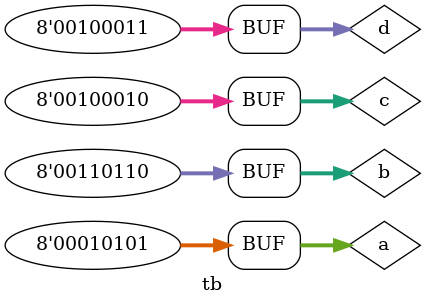
<source format=v>
module ex8(input [7:0]a,b,c,d,output[7:0] X,Y);
assign Y=((a>b)&&(c<d));
assign X=((~a & ^b) | (a & b)) ^a;
endmodule

module tb;
reg [7:0]a,b,c,d;
wire [7:0]X,Y;

ex8 i1(a,b,c,d,X,Y);
initial begin
$monitor(" X= %b %d  \n Y= %b %d ",X,X,Y,Y);
a=21;b=54;c=34;d=35;
end
endmodule 

</source>
